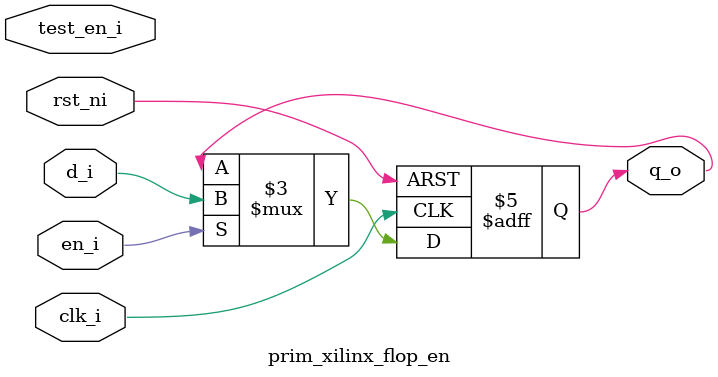
<source format=sv>

`include "prim_assert.sv"

module prim_xilinx_flop_en #(
  parameter int               Width      = 1,
  parameter logic [Width-1:0] ResetValue = 0
) (
  input clk_i,
  input rst_ni,
  // this is irrelevant for the FPGA
  input test_en_i,
  // Prevent Vivado from optimizing this signal away.
  (* keep = "true" *) input en_i,
  input [Width-1:0] d_i,
  // Prevent Vivado from optimizing this signal away.
  (* keep = "true" *) output logic [Width-1:0] q_o
);

  always_ff @(posedge clk_i or negedge rst_ni) begin
    if (!rst_ni) begin
      q_o <= ResetValue;
    end else if (en_i) begin
      q_o <= d_i;
    end
  end

endmodule

</source>
